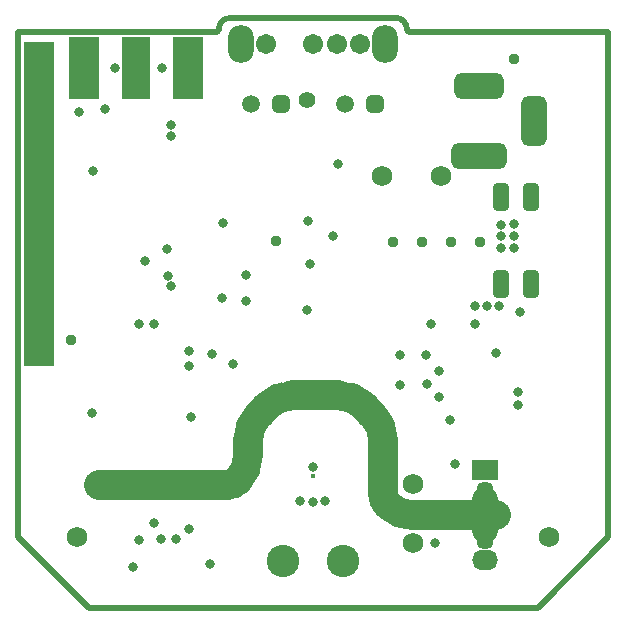
<source format=gbs>
G04*
G04 #@! TF.GenerationSoftware,Altium Limited,CircuitStudio,1.5.2 (30)*
G04*
G04 Layer_Color=8150272*
%FSLAX44Y44*%
%MOMM*%
G71*
G01*
G75*
%ADD33C,0.5000*%
%ADD36C,2.5000*%
%ADD60R,2.5000X27.5000*%
%ADD63R,2.6162X5.2832*%
%ADD84C,1.7272*%
%ADD85C,1.5032*%
G04:AMPARAMS|DCode=86|XSize=1.5032mm|YSize=1.5032mm|CornerRadius=0.4266mm|HoleSize=0mm|Usage=FLASHONLY|Rotation=180.000|XOffset=0mm|YOffset=0mm|HoleType=Round|Shape=RoundedRectangle|*
%AMROUNDEDRECTD86*
21,1,1.5032,0.6500,0,0,180.0*
21,1,0.6500,1.5032,0,0,180.0*
1,1,0.8532,-0.3250,0.3250*
1,1,0.8532,0.3250,0.3250*
1,1,0.8532,0.3250,-0.3250*
1,1,0.8532,-0.3250,-0.3250*
%
%ADD86ROUNDEDRECTD86*%
G04:AMPARAMS|DCode=87|XSize=2.2032mm|YSize=4.2032mm|CornerRadius=0.6016mm|HoleSize=0mm|Usage=FLASHONLY|Rotation=90.000|XOffset=0mm|YOffset=0mm|HoleType=Round|Shape=RoundedRectangle|*
%AMROUNDEDRECTD87*
21,1,2.2032,3.0000,0,0,90.0*
21,1,1.0000,4.2032,0,0,90.0*
1,1,1.2032,1.5000,0.5000*
1,1,1.2032,1.5000,-0.5000*
1,1,1.2032,-1.5000,-0.5000*
1,1,1.2032,-1.5000,0.5000*
%
%ADD87ROUNDEDRECTD87*%
G04:AMPARAMS|DCode=88|XSize=2.2032mm|YSize=4.7032mm|CornerRadius=0.6016mm|HoleSize=0mm|Usage=FLASHONLY|Rotation=270.000|XOffset=0mm|YOffset=0mm|HoleType=Round|Shape=RoundedRectangle|*
%AMROUNDEDRECTD88*
21,1,2.2032,3.5000,0,0,270.0*
21,1,1.0000,4.7032,0,0,270.0*
1,1,1.2032,-1.7500,-0.5000*
1,1,1.2032,-1.7500,0.5000*
1,1,1.2032,1.7500,0.5000*
1,1,1.2032,1.7500,-0.5000*
%
%ADD88ROUNDEDRECTD88*%
G04:AMPARAMS|DCode=89|XSize=2.2032mm|YSize=4.2032mm|CornerRadius=0.6016mm|HoleSize=0mm|Usage=FLASHONLY|Rotation=180.000|XOffset=0mm|YOffset=0mm|HoleType=Round|Shape=RoundedRectangle|*
%AMROUNDEDRECTD89*
21,1,2.2032,3.0000,0,0,180.0*
21,1,1.0000,4.2032,0,0,180.0*
1,1,1.2032,-0.5000,1.5000*
1,1,1.2032,0.5000,1.5000*
1,1,1.2032,0.5000,-1.5000*
1,1,1.2032,-0.5000,-1.5000*
%
%ADD89ROUNDEDRECTD89*%
%ADD90C,1.7032*%
%ADD91O,2.2032X3.2032*%
%ADD92C,2.7432*%
%ADD93O,2.2032X1.7032*%
%ADD94C,2.2032*%
%ADD95R,2.2032X1.7032*%
%ADD96C,0.8032*%
%ADD97C,1.4032*%
%ADD98C,0.9532*%
%ADD99C,1.4532*%
G04:AMPARAMS|DCode=100|XSize=2.4032mm|YSize=1.4032mm|CornerRadius=0.4016mm|HoleSize=0mm|Usage=FLASHONLY|Rotation=270.000|XOffset=0mm|YOffset=0mm|HoleType=Round|Shape=RoundedRectangle|*
%AMROUNDEDRECTD100*
21,1,2.4032,0.6000,0,0,270.0*
21,1,1.6000,1.4032,0,0,270.0*
1,1,0.8032,-0.3000,-0.8000*
1,1,0.8032,-0.3000,0.8000*
1,1,0.8032,0.3000,0.8000*
1,1,0.8032,0.3000,-0.8000*
%
%ADD100ROUNDEDRECTD100*%
%ADD101R,2.4892X5.2832*%
%ADD102R,0.4572X0.4572*%
D33*
X350049Y837549D02*
G03*
X352549Y840049I0J2500D01*
G01*
X362549Y850049D02*
G03*
X352549Y840049I0J-10000D01*
G01*
X512000D02*
G03*
X514500Y837549I2500J0D01*
G01*
X512000Y840049D02*
G03*
X502000Y850049I-10000J0D01*
G01*
X362549D02*
X502000D01*
X667500Y837549D02*
X682500D01*
X514500D02*
X667500D01*
X182500Y837500D02*
X350049D01*
X682500Y410000D02*
Y837549D01*
X622600Y350100D02*
X682500Y410000D01*
X182500D02*
Y837500D01*
X242400Y350100D02*
X622600D01*
X182500Y410000D02*
X242400Y350100D01*
D36*
X359439Y454150D02*
G03*
X368420Y457870I0J12700D01*
G01*
D02*
G03*
X377400Y479550I-21680J21680D01*
G01*
X386380Y513930D02*
G03*
X377400Y492250I21680J-21680D01*
G01*
X415500Y530350D02*
G03*
X393820Y521370I0J-30661D01*
G01*
X475280D02*
G03*
X453600Y530350I-21680J-21680D01*
G01*
X491700Y492250D02*
G03*
X482720Y513930I-30661J0D01*
G01*
X491700Y446711D02*
G03*
X495420Y437730I12700J0D01*
G01*
D02*
G03*
X517100Y428750I21680J21680D01*
G01*
X251000Y454150D02*
X359439D01*
X377400Y479550D02*
Y492250D01*
X386380Y513930D02*
X393820Y521370D01*
X415500Y530350D02*
X453600D01*
X475280Y521370D02*
X482720Y513930D01*
X491700Y446711D02*
Y492250D01*
X517100Y428750D02*
X587250D01*
D60*
X200000Y692500D02*
D03*
D63*
X238685Y807000D02*
D03*
X326315D02*
D03*
D84*
X541000Y716250D02*
D03*
X491000D02*
D03*
X232500Y410000D02*
D03*
X632500D02*
D03*
X517000Y405000D02*
D03*
Y455000D02*
D03*
D85*
X379800Y777000D02*
D03*
X459800D02*
D03*
D86*
X405200D02*
D03*
X485200D02*
D03*
D87*
X572500Y792500D02*
D03*
D88*
Y732500D02*
D03*
D89*
X619500Y762500D02*
D03*
D90*
X392500Y827500D02*
D03*
X432500D02*
D03*
X452500D02*
D03*
X472500D02*
D03*
D91*
X371500D02*
D03*
X493500D02*
D03*
D92*
X457900Y390000D02*
D03*
X407100D02*
D03*
D93*
X578250Y390650D02*
D03*
D94*
Y416050D02*
D03*
Y441450D02*
D03*
D95*
Y466850D02*
D03*
D96*
X591750Y655000D02*
D03*
Y665000D02*
D03*
Y674250D02*
D03*
X602500Y655000D02*
D03*
Y665000D02*
D03*
Y675000D02*
D03*
X197500Y590000D02*
D03*
Y575000D02*
D03*
Y560000D02*
D03*
Y635000D02*
D03*
Y620000D02*
D03*
Y605000D02*
D03*
Y680000D02*
D03*
Y665000D02*
D03*
Y650000D02*
D03*
Y725000D02*
D03*
Y710000D02*
D03*
Y695000D02*
D03*
Y770000D02*
D03*
Y755000D02*
D03*
Y740000D02*
D03*
Y785000D02*
D03*
Y800000D02*
D03*
Y815000D02*
D03*
X312500Y622500D02*
D03*
X355000Y612500D02*
D03*
X548250Y509750D02*
D03*
X282500Y787750D02*
D03*
X539250Y550500D02*
D03*
X449500Y665000D02*
D03*
X376000Y632000D02*
D03*
Y610000D02*
D03*
X256500Y773000D02*
D03*
X234250Y769751D02*
D03*
X569750Y605750D02*
D03*
X607250Y600750D02*
D03*
X532250Y590750D02*
D03*
X569750D02*
D03*
X587250Y565749D02*
D03*
X528250Y564750D02*
D03*
X506000Y564500D02*
D03*
X304500Y807500D02*
D03*
X264500D02*
D03*
X536000Y405660D02*
D03*
X327250Y555250D02*
D03*
X552750Y472000D02*
D03*
X605750Y522250D02*
D03*
Y532750D02*
D03*
X528500Y539500D02*
D03*
X539250Y529090D02*
D03*
X347250Y565000D02*
D03*
X298001Y590499D02*
D03*
X453234Y725716D02*
D03*
X506250Y539249D02*
D03*
X428000Y678000D02*
D03*
X429500Y641500D02*
D03*
X421500Y441000D02*
D03*
X442500D02*
D03*
X327000Y568000D02*
D03*
X246049Y719790D02*
D03*
X365000Y557000D02*
D03*
X290000Y644000D02*
D03*
X309000Y654000D02*
D03*
X309382Y631000D02*
D03*
X356000Y676000D02*
D03*
X284875Y590500D02*
D03*
X312500Y750000D02*
D03*
Y759502D02*
D03*
X590000Y605750D02*
D03*
X580000D02*
D03*
X427500Y602500D02*
D03*
X245000Y515000D02*
D03*
X329050Y511550D02*
D03*
X280000Y385000D02*
D03*
X303650Y408748D02*
D03*
X316350Y408850D02*
D03*
X432500Y470000D02*
D03*
Y440000D02*
D03*
X345000Y387500D02*
D03*
X285000Y407500D02*
D03*
X297500Y422500D02*
D03*
X327500Y417500D02*
D03*
D97*
X427500Y780000D02*
D03*
D98*
X573597Y660000D02*
D03*
X549020D02*
D03*
X524443D02*
D03*
X499867D02*
D03*
X401000Y661000D02*
D03*
X227500Y577500D02*
D03*
X602500Y815000D02*
D03*
D99*
X578250Y407164D02*
D03*
Y450336D02*
D03*
D100*
X616750Y698500D02*
D03*
Y624500D02*
D03*
X591750Y698500D02*
D03*
Y624500D02*
D03*
D101*
X282500Y807000D02*
D03*
D102*
X432500Y462000D02*
D03*
Y468000D02*
D03*
M02*

</source>
